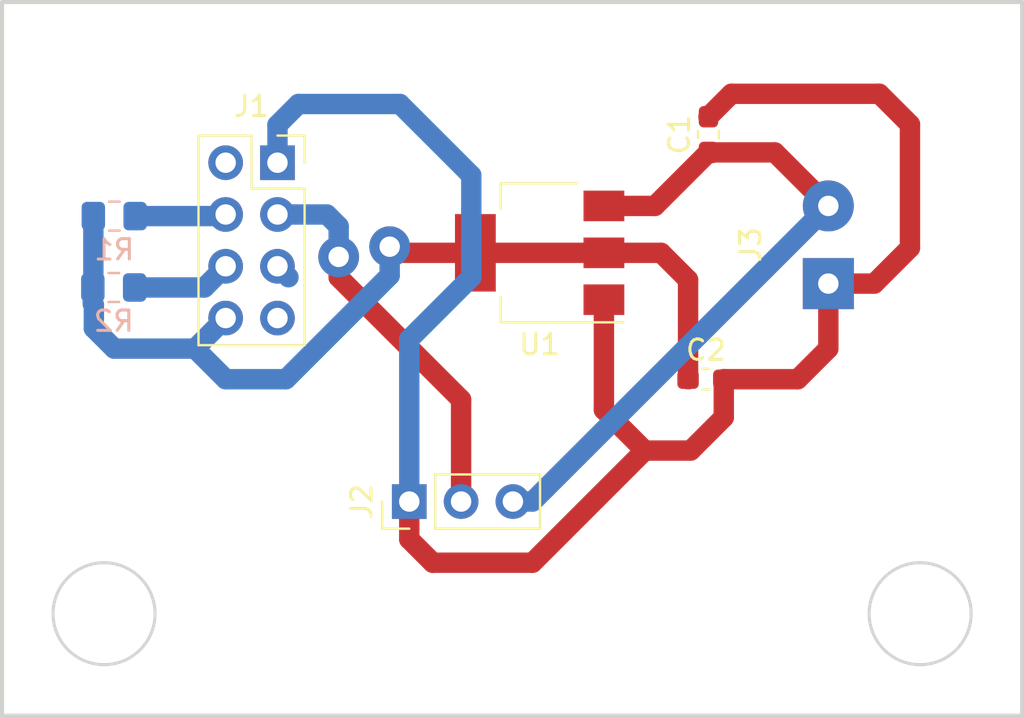
<source format=kicad_pcb>
(kicad_pcb (version 20171130) (host pcbnew "(5.0.0)")

  (general
    (thickness 1.6)
    (drawings 6)
    (tracks 62)
    (zones 0)
    (modules 8)
    (nets 7)
  )

  (page A4)
  (layers
    (0 F.Cu signal)
    (31 B.Cu signal)
    (32 B.Adhes user)
    (33 F.Adhes user)
    (34 B.Paste user)
    (35 F.Paste user)
    (36 B.SilkS user)
    (37 F.SilkS user)
    (38 B.Mask user)
    (39 F.Mask user)
    (40 Dwgs.User user)
    (41 Cmts.User user)
    (42 Eco1.User user)
    (43 Eco2.User user)
    (44 Edge.Cuts user)
    (45 Margin user)
    (46 B.CrtYd user)
    (47 F.CrtYd user)
    (48 B.Fab user)
    (49 F.Fab user)
  )

  (setup
    (last_trace_width 1)
    (user_trace_width 0.5)
    (user_trace_width 1)
    (trace_clearance 0.2)
    (zone_clearance 0.508)
    (zone_45_only no)
    (trace_min 0.2)
    (segment_width 0.2)
    (edge_width 0.15)
    (via_size 0.8)
    (via_drill 0.4)
    (via_min_size 0.4)
    (via_min_drill 0.3)
    (user_via 2 1)
    (uvia_size 0.3)
    (uvia_drill 0.1)
    (uvias_allowed no)
    (uvia_min_size 0.2)
    (uvia_min_drill 0.1)
    (pcb_text_width 0.3)
    (pcb_text_size 1.5 1.5)
    (mod_edge_width 0.15)
    (mod_text_size 1 1)
    (mod_text_width 0.15)
    (pad_size 2 1.7)
    (pad_drill 1)
    (pad_to_mask_clearance 0.2)
    (aux_axis_origin 0 0)
    (visible_elements 7FFFFFFF)
    (pcbplotparams
      (layerselection 0x010fc_ffffffff)
      (usegerberextensions false)
      (usegerberattributes false)
      (usegerberadvancedattributes false)
      (creategerberjobfile false)
      (excludeedgelayer true)
      (linewidth 0.100000)
      (plotframeref false)
      (viasonmask false)
      (mode 1)
      (useauxorigin false)
      (hpglpennumber 1)
      (hpglpenspeed 20)
      (hpglpendiameter 15.000000)
      (psnegative false)
      (psa4output false)
      (plotreference true)
      (plotvalue true)
      (plotinvisibletext false)
      (padsonsilk false)
      (subtractmaskfromsilk false)
      (outputformat 1)
      (mirror false)
      (drillshape 1)
      (scaleselection 1)
      (outputdirectory ""))
  )

  (net 0 "")
  (net 1 +5V)
  (net 2 GND)
  (net 3 +3V3)
  (net 4 "Net-(J1-Pad4)")
  (net 5 /LED_DATA)
  (net 6 "Net-(J1-Pad6)")

  (net_class Default "This is the default net class."
    (clearance 0.2)
    (trace_width 0.25)
    (via_dia 0.8)
    (via_drill 0.4)
    (uvia_dia 0.3)
    (uvia_drill 0.1)
    (add_net +3V3)
    (add_net +5V)
    (add_net /LED_DATA)
    (add_net GND)
    (add_net "Net-(J1-Pad4)")
    (add_net "Net-(J1-Pad6)")
  )

  (module Capacitor_SMD:C_0603_1608Metric_Pad1.05x0.95mm_HandSolder (layer F.Cu) (tedit 5B301BBE) (tstamp 5F27568E)
    (at 144.625 61.5 90)
    (descr "Capacitor SMD 0603 (1608 Metric), square (rectangular) end terminal, IPC_7351 nominal with elongated pad for handsoldering. (Body size source: http://www.tortai-tech.com/upload/download/2011102023233369053.pdf), generated with kicad-footprint-generator")
    (tags "capacitor handsolder")
    (path /5F1B0C38)
    (attr smd)
    (fp_text reference C1 (at 0 -1.43 90) (layer F.SilkS)
      (effects (font (size 1 1) (thickness 0.15)))
    )
    (fp_text value 0.1uF (at 0 1.43 90) (layer F.Fab)
      (effects (font (size 1 1) (thickness 0.15)))
    )
    (fp_line (start -0.8 0.4) (end -0.8 -0.4) (layer F.Fab) (width 0.1))
    (fp_line (start -0.8 -0.4) (end 0.8 -0.4) (layer F.Fab) (width 0.1))
    (fp_line (start 0.8 -0.4) (end 0.8 0.4) (layer F.Fab) (width 0.1))
    (fp_line (start 0.8 0.4) (end -0.8 0.4) (layer F.Fab) (width 0.1))
    (fp_line (start -0.171267 -0.51) (end 0.171267 -0.51) (layer F.SilkS) (width 0.12))
    (fp_line (start -0.171267 0.51) (end 0.171267 0.51) (layer F.SilkS) (width 0.12))
    (fp_line (start -1.65 0.73) (end -1.65 -0.73) (layer F.CrtYd) (width 0.05))
    (fp_line (start -1.65 -0.73) (end 1.65 -0.73) (layer F.CrtYd) (width 0.05))
    (fp_line (start 1.65 -0.73) (end 1.65 0.73) (layer F.CrtYd) (width 0.05))
    (fp_line (start 1.65 0.73) (end -1.65 0.73) (layer F.CrtYd) (width 0.05))
    (fp_text user %R (at 0 0 90) (layer F.Fab)
      (effects (font (size 0.4 0.4) (thickness 0.06)))
    )
    (pad 1 smd roundrect (at -0.875 0 90) (size 1.05 0.95) (layers F.Cu F.Paste F.Mask) (roundrect_rratio 0.25)
      (net 1 +5V))
    (pad 2 smd roundrect (at 0.875 0 90) (size 1.05 0.95) (layers F.Cu F.Paste F.Mask) (roundrect_rratio 0.25)
      (net 2 GND))
    (model ${KISYS3DMOD}/Capacitor_SMD.3dshapes/C_0603_1608Metric.wrl
      (at (xyz 0 0 0))
      (scale (xyz 1 1 1))
      (rotate (xyz 0 0 0))
    )
  )

  (module Capacitor_SMD:C_0603_1608Metric_Pad1.05x0.95mm_HandSolder (layer F.Cu) (tedit 5B301BBE) (tstamp 5F27569F)
    (at 144.5 73.5)
    (descr "Capacitor SMD 0603 (1608 Metric), square (rectangular) end terminal, IPC_7351 nominal with elongated pad for handsoldering. (Body size source: http://www.tortai-tech.com/upload/download/2011102023233369053.pdf), generated with kicad-footprint-generator")
    (tags "capacitor handsolder")
    (path /5F1B0C96)
    (attr smd)
    (fp_text reference C2 (at 0 -1.43) (layer F.SilkS)
      (effects (font (size 1 1) (thickness 0.15)))
    )
    (fp_text value 0.1uF (at 0 1.43) (layer F.Fab)
      (effects (font (size 1 1) (thickness 0.15)))
    )
    (fp_text user %R (at 0 0) (layer F.Fab)
      (effects (font (size 0.4 0.4) (thickness 0.06)))
    )
    (fp_line (start 1.65 0.73) (end -1.65 0.73) (layer F.CrtYd) (width 0.05))
    (fp_line (start 1.65 -0.73) (end 1.65 0.73) (layer F.CrtYd) (width 0.05))
    (fp_line (start -1.65 -0.73) (end 1.65 -0.73) (layer F.CrtYd) (width 0.05))
    (fp_line (start -1.65 0.73) (end -1.65 -0.73) (layer F.CrtYd) (width 0.05))
    (fp_line (start -0.171267 0.51) (end 0.171267 0.51) (layer F.SilkS) (width 0.12))
    (fp_line (start -0.171267 -0.51) (end 0.171267 -0.51) (layer F.SilkS) (width 0.12))
    (fp_line (start 0.8 0.4) (end -0.8 0.4) (layer F.Fab) (width 0.1))
    (fp_line (start 0.8 -0.4) (end 0.8 0.4) (layer F.Fab) (width 0.1))
    (fp_line (start -0.8 -0.4) (end 0.8 -0.4) (layer F.Fab) (width 0.1))
    (fp_line (start -0.8 0.4) (end -0.8 -0.4) (layer F.Fab) (width 0.1))
    (pad 2 smd roundrect (at 0.875 0) (size 1.05 0.95) (layers F.Cu F.Paste F.Mask) (roundrect_rratio 0.25)
      (net 2 GND))
    (pad 1 smd roundrect (at -0.875 0) (size 1.05 0.95) (layers F.Cu F.Paste F.Mask) (roundrect_rratio 0.25)
      (net 3 +3V3))
    (model ${KISYS3DMOD}/Capacitor_SMD.3dshapes/C_0603_1608Metric.wrl
      (at (xyz 0 0 0))
      (scale (xyz 1 1 1))
      (rotate (xyz 0 0 0))
    )
  )

  (module Connector_PinSocket_2.54mm:PinSocket_2x04_P2.54mm_Vertical (layer F.Cu) (tedit 5A19A422) (tstamp 5F2756BD)
    (at 123.5 62.88)
    (descr "Through hole straight socket strip, 2x04, 2.54mm pitch, double cols (from Kicad 4.0.7), script generated")
    (tags "Through hole socket strip THT 2x04 2.54mm double row")
    (path /5F1B0D93)
    (fp_text reference J1 (at -1.27 -2.77) (layer F.SilkS)
      (effects (font (size 1 1) (thickness 0.15)))
    )
    (fp_text value "ESP Header" (at -1.27 10.39) (layer F.Fab)
      (effects (font (size 1 1) (thickness 0.15)))
    )
    (fp_line (start -3.81 -1.27) (end 0.27 -1.27) (layer F.Fab) (width 0.1))
    (fp_line (start 0.27 -1.27) (end 1.27 -0.27) (layer F.Fab) (width 0.1))
    (fp_line (start 1.27 -0.27) (end 1.27 8.89) (layer F.Fab) (width 0.1))
    (fp_line (start 1.27 8.89) (end -3.81 8.89) (layer F.Fab) (width 0.1))
    (fp_line (start -3.81 8.89) (end -3.81 -1.27) (layer F.Fab) (width 0.1))
    (fp_line (start -3.87 -1.33) (end -1.27 -1.33) (layer F.SilkS) (width 0.12))
    (fp_line (start -3.87 -1.33) (end -3.87 8.95) (layer F.SilkS) (width 0.12))
    (fp_line (start -3.87 8.95) (end 1.33 8.95) (layer F.SilkS) (width 0.12))
    (fp_line (start 1.33 1.27) (end 1.33 8.95) (layer F.SilkS) (width 0.12))
    (fp_line (start -1.27 1.27) (end 1.33 1.27) (layer F.SilkS) (width 0.12))
    (fp_line (start -1.27 -1.33) (end -1.27 1.27) (layer F.SilkS) (width 0.12))
    (fp_line (start 1.33 -1.33) (end 1.33 0) (layer F.SilkS) (width 0.12))
    (fp_line (start 0 -1.33) (end 1.33 -1.33) (layer F.SilkS) (width 0.12))
    (fp_line (start -4.34 -1.8) (end 1.76 -1.8) (layer F.CrtYd) (width 0.05))
    (fp_line (start 1.76 -1.8) (end 1.76 9.4) (layer F.CrtYd) (width 0.05))
    (fp_line (start 1.76 9.4) (end -4.34 9.4) (layer F.CrtYd) (width 0.05))
    (fp_line (start -4.34 9.4) (end -4.34 -1.8) (layer F.CrtYd) (width 0.05))
    (fp_text user %R (at -1.27 3.81 90) (layer F.Fab)
      (effects (font (size 1 1) (thickness 0.15)))
    )
    (pad 1 thru_hole rect (at 0 0) (size 1.7 1.7) (drill 1) (layers *.Cu *.Mask)
      (net 2 GND))
    (pad 2 thru_hole oval (at -2.54 0) (size 1.7 1.7) (drill 1) (layers *.Cu *.Mask))
    (pad 3 thru_hole oval (at 0 2.54) (size 1.7 1.7) (drill 1) (layers *.Cu *.Mask)
      (net 5 /LED_DATA))
    (pad 4 thru_hole oval (at -2.54 2.54) (size 1.7 1.7) (drill 1) (layers *.Cu *.Mask)
      (net 4 "Net-(J1-Pad4)"))
    (pad 5 thru_hole oval (at 0 5.08) (size 1.7 1.7) (drill 1) (layers *.Cu *.Mask))
    (pad 6 thru_hole oval (at -2.54 5.08) (size 1.7 1.7) (drill 1) (layers *.Cu *.Mask)
      (net 6 "Net-(J1-Pad6)"))
    (pad 7 thru_hole oval (at 0 7.62) (size 1.7 1.7) (drill 1) (layers *.Cu *.Mask))
    (pad 8 thru_hole oval (at -2.54 7.62) (size 1.7 1.7) (drill 1) (layers *.Cu *.Mask)
      (net 3 +3V3))
    (model ${KISYS3DMOD}/Connector_PinSocket_2.54mm.3dshapes/PinSocket_2x04_P2.54mm_Vertical.wrl
      (at (xyz 0 0 0))
      (scale (xyz 1 1 1))
      (rotate (xyz 0 0 0))
    )
  )

  (module Connector_PinHeader_2.54mm:PinHeader_1x03_P2.54mm_Vertical (layer F.Cu) (tedit 59FED5CC) (tstamp 5F2756D4)
    (at 129.96 79.5 90)
    (descr "Through hole straight pin header, 1x03, 2.54mm pitch, single row")
    (tags "Through hole pin header THT 1x03 2.54mm single row")
    (path /5F1B2BD8)
    (fp_text reference J2 (at 0 -2.33 90) (layer F.SilkS)
      (effects (font (size 1 1) (thickness 0.15)))
    )
    (fp_text value "To LEDs" (at 0 7.41 90) (layer F.Fab)
      (effects (font (size 1 1) (thickness 0.15)))
    )
    (fp_line (start -0.635 -1.27) (end 1.27 -1.27) (layer F.Fab) (width 0.1))
    (fp_line (start 1.27 -1.27) (end 1.27 6.35) (layer F.Fab) (width 0.1))
    (fp_line (start 1.27 6.35) (end -1.27 6.35) (layer F.Fab) (width 0.1))
    (fp_line (start -1.27 6.35) (end -1.27 -0.635) (layer F.Fab) (width 0.1))
    (fp_line (start -1.27 -0.635) (end -0.635 -1.27) (layer F.Fab) (width 0.1))
    (fp_line (start -1.33 6.41) (end 1.33 6.41) (layer F.SilkS) (width 0.12))
    (fp_line (start -1.33 1.27) (end -1.33 6.41) (layer F.SilkS) (width 0.12))
    (fp_line (start 1.33 1.27) (end 1.33 6.41) (layer F.SilkS) (width 0.12))
    (fp_line (start -1.33 1.27) (end 1.33 1.27) (layer F.SilkS) (width 0.12))
    (fp_line (start -1.33 0) (end -1.33 -1.33) (layer F.SilkS) (width 0.12))
    (fp_line (start -1.33 -1.33) (end 0 -1.33) (layer F.SilkS) (width 0.12))
    (fp_line (start -1.8 -1.8) (end -1.8 6.85) (layer F.CrtYd) (width 0.05))
    (fp_line (start -1.8 6.85) (end 1.8 6.85) (layer F.CrtYd) (width 0.05))
    (fp_line (start 1.8 6.85) (end 1.8 -1.8) (layer F.CrtYd) (width 0.05))
    (fp_line (start 1.8 -1.8) (end -1.8 -1.8) (layer F.CrtYd) (width 0.05))
    (fp_text user %R (at 0 2.54 180) (layer F.Fab)
      (effects (font (size 1 1) (thickness 0.15)))
    )
    (pad 1 thru_hole rect (at 0 0 90) (size 1.7 1.7) (drill 1) (layers *.Cu *.Mask)
      (net 2 GND))
    (pad 2 thru_hole oval (at 0 2.54 90) (size 1.7 1.7) (drill 1) (layers *.Cu *.Mask)
      (net 5 /LED_DATA))
    (pad 3 thru_hole oval (at 0 5.08 90) (size 1.7 1.7) (drill 1) (layers *.Cu *.Mask)
      (net 1 +5V))
    (model ${KISYS3DMOD}/Connector_PinHeader_2.54mm.3dshapes/PinHeader_1x03_P2.54mm_Vertical.wrl
      (at (xyz 0 0 0))
      (scale (xyz 1 1 1))
      (rotate (xyz 0 0 0))
    )
  )

  (module Resistor_SMD:R_0805_2012Metric_Pad1.15x1.40mm_HandSolder (layer B.Cu) (tedit 5B36C52B) (tstamp 5F2756FB)
    (at 115.5 65.5)
    (descr "Resistor SMD 0805 (2012 Metric), square (rectangular) end terminal, IPC_7351 nominal with elongated pad for handsoldering. (Body size source: https://docs.google.com/spreadsheets/d/1BsfQQcO9C6DZCsRaXUlFlo91Tg2WpOkGARC1WS5S8t0/edit?usp=sharing), generated with kicad-footprint-generator")
    (tags "resistor handsolder")
    (path /5F1B5356)
    (attr smd)
    (fp_text reference R1 (at 0 1.65) (layer B.SilkS)
      (effects (font (size 1 1) (thickness 0.15)) (justify mirror))
    )
    (fp_text value 10k (at 0 -1.65) (layer B.Fab)
      (effects (font (size 1 1) (thickness 0.15)) (justify mirror))
    )
    (fp_line (start -1 -0.6) (end -1 0.6) (layer B.Fab) (width 0.1))
    (fp_line (start -1 0.6) (end 1 0.6) (layer B.Fab) (width 0.1))
    (fp_line (start 1 0.6) (end 1 -0.6) (layer B.Fab) (width 0.1))
    (fp_line (start 1 -0.6) (end -1 -0.6) (layer B.Fab) (width 0.1))
    (fp_line (start -0.261252 0.71) (end 0.261252 0.71) (layer B.SilkS) (width 0.12))
    (fp_line (start -0.261252 -0.71) (end 0.261252 -0.71) (layer B.SilkS) (width 0.12))
    (fp_line (start -1.85 -0.95) (end -1.85 0.95) (layer B.CrtYd) (width 0.05))
    (fp_line (start -1.85 0.95) (end 1.85 0.95) (layer B.CrtYd) (width 0.05))
    (fp_line (start 1.85 0.95) (end 1.85 -0.95) (layer B.CrtYd) (width 0.05))
    (fp_line (start 1.85 -0.95) (end -1.85 -0.95) (layer B.CrtYd) (width 0.05))
    (fp_text user %R (at 0 0) (layer B.Fab)
      (effects (font (size 0.5 0.5) (thickness 0.08)) (justify mirror))
    )
    (pad 1 smd roundrect (at -1.025 0) (size 1.15 1.4) (layers B.Cu B.Paste B.Mask) (roundrect_rratio 0.217391)
      (net 3 +3V3))
    (pad 2 smd roundrect (at 1.025 0) (size 1.15 1.4) (layers B.Cu B.Paste B.Mask) (roundrect_rratio 0.217391)
      (net 4 "Net-(J1-Pad4)"))
    (model ${KISYS3DMOD}/Resistor_SMD.3dshapes/R_0805_2012Metric.wrl
      (at (xyz 0 0 0))
      (scale (xyz 1 1 1))
      (rotate (xyz 0 0 0))
    )
  )

  (module Resistor_SMD:R_0805_2012Metric_Pad1.15x1.40mm_HandSolder (layer B.Cu) (tedit 5B36C52B) (tstamp 5F275C43)
    (at 115.475 69)
    (descr "Resistor SMD 0805 (2012 Metric), square (rectangular) end terminal, IPC_7351 nominal with elongated pad for handsoldering. (Body size source: https://docs.google.com/spreadsheets/d/1BsfQQcO9C6DZCsRaXUlFlo91Tg2WpOkGARC1WS5S8t0/edit?usp=sharing), generated with kicad-footprint-generator")
    (tags "resistor handsolder")
    (path /5F1B5524)
    (attr smd)
    (fp_text reference R2 (at 0 1.65) (layer B.SilkS)
      (effects (font (size 1 1) (thickness 0.15)) (justify mirror))
    )
    (fp_text value 10k (at 0 -1.65) (layer B.Fab)
      (effects (font (size 1 1) (thickness 0.15)) (justify mirror))
    )
    (fp_text user %R (at 0 0) (layer B.Fab)
      (effects (font (size 0.5 0.5) (thickness 0.08)) (justify mirror))
    )
    (fp_line (start 1.85 -0.95) (end -1.85 -0.95) (layer B.CrtYd) (width 0.05))
    (fp_line (start 1.85 0.95) (end 1.85 -0.95) (layer B.CrtYd) (width 0.05))
    (fp_line (start -1.85 0.95) (end 1.85 0.95) (layer B.CrtYd) (width 0.05))
    (fp_line (start -1.85 -0.95) (end -1.85 0.95) (layer B.CrtYd) (width 0.05))
    (fp_line (start -0.261252 -0.71) (end 0.261252 -0.71) (layer B.SilkS) (width 0.12))
    (fp_line (start -0.261252 0.71) (end 0.261252 0.71) (layer B.SilkS) (width 0.12))
    (fp_line (start 1 -0.6) (end -1 -0.6) (layer B.Fab) (width 0.1))
    (fp_line (start 1 0.6) (end 1 -0.6) (layer B.Fab) (width 0.1))
    (fp_line (start -1 0.6) (end 1 0.6) (layer B.Fab) (width 0.1))
    (fp_line (start -1 -0.6) (end -1 0.6) (layer B.Fab) (width 0.1))
    (pad 2 smd roundrect (at 1.025 0) (size 1.15 1.4) (layers B.Cu B.Paste B.Mask) (roundrect_rratio 0.217391)
      (net 6 "Net-(J1-Pad6)"))
    (pad 1 smd roundrect (at -1.025 0) (size 1.15 1.4) (layers B.Cu B.Paste B.Mask) (roundrect_rratio 0.217391)
      (net 3 +3V3))
    (model ${KISYS3DMOD}/Resistor_SMD.3dshapes/R_0805_2012Metric.wrl
      (at (xyz 0 0 0))
      (scale (xyz 1 1 1))
      (rotate (xyz 0 0 0))
    )
  )

  (module Package_TO_SOT_SMD:SOT-223-3_TabPin2 (layer F.Cu) (tedit 5A02FF57) (tstamp 5F2759AB)
    (at 136.35 67.3 180)
    (descr "module CMS SOT223 4 pins")
    (tags "CMS SOT")
    (path /5F1B0B64)
    (attr smd)
    (fp_text reference U1 (at 0 -4.5 180) (layer F.SilkS)
      (effects (font (size 1 1) (thickness 0.15)))
    )
    (fp_text value AZ1117-3.3 (at 0 4.5 180) (layer F.Fab)
      (effects (font (size 1 1) (thickness 0.15)))
    )
    (fp_text user %R (at 0 0) (layer F.Fab)
      (effects (font (size 0.8 0.8) (thickness 0.12)))
    )
    (fp_line (start 1.91 3.41) (end 1.91 2.15) (layer F.SilkS) (width 0.12))
    (fp_line (start 1.91 -3.41) (end 1.91 -2.15) (layer F.SilkS) (width 0.12))
    (fp_line (start 4.4 -3.6) (end -4.4 -3.6) (layer F.CrtYd) (width 0.05))
    (fp_line (start 4.4 3.6) (end 4.4 -3.6) (layer F.CrtYd) (width 0.05))
    (fp_line (start -4.4 3.6) (end 4.4 3.6) (layer F.CrtYd) (width 0.05))
    (fp_line (start -4.4 -3.6) (end -4.4 3.6) (layer F.CrtYd) (width 0.05))
    (fp_line (start -1.85 -2.35) (end -0.85 -3.35) (layer F.Fab) (width 0.1))
    (fp_line (start -1.85 -2.35) (end -1.85 3.35) (layer F.Fab) (width 0.1))
    (fp_line (start -1.85 3.41) (end 1.91 3.41) (layer F.SilkS) (width 0.12))
    (fp_line (start -0.85 -3.35) (end 1.85 -3.35) (layer F.Fab) (width 0.1))
    (fp_line (start -4.1 -3.41) (end 1.91 -3.41) (layer F.SilkS) (width 0.12))
    (fp_line (start -1.85 3.35) (end 1.85 3.35) (layer F.Fab) (width 0.1))
    (fp_line (start 1.85 -3.35) (end 1.85 3.35) (layer F.Fab) (width 0.1))
    (pad 2 smd rect (at 3.15 0 180) (size 2 3.8) (layers F.Cu F.Paste F.Mask)
      (net 3 +3V3))
    (pad 2 smd rect (at -3.15 0 180) (size 2 1.5) (layers F.Cu F.Paste F.Mask)
      (net 3 +3V3))
    (pad 3 smd rect (at -3.15 2.3 180) (size 2 1.5) (layers F.Cu F.Paste F.Mask)
      (net 1 +5V))
    (pad 1 smd rect (at -3.15 -2.3 180) (size 2 1.5) (layers F.Cu F.Paste F.Mask)
      (net 2 GND))
    (model ${KISYS3DMOD}/Package_TO_SOT_SMD.3dshapes/SOT-223.wrl
      (at (xyz 0 0 0))
      (scale (xyz 1 1 1))
      (rotate (xyz 0 0 0))
    )
  )

  (module Connector_Wire:SolderWirePad_1x02_P3.81mm_Drill1mm (layer F.Cu) (tedit 5AEE5F04) (tstamp 5F275A35)
    (at 150.5 68.81 90)
    (descr "Wire solder connection")
    (tags connector)
    (path /5F1B394A)
    (attr virtual)
    (fp_text reference J3 (at 1.905 -3.81 90) (layer F.SilkS)
      (effects (font (size 1 1) (thickness 0.15)))
    )
    (fp_text value "5V In" (at 1.905 3.81 90) (layer F.Fab)
      (effects (font (size 1 1) (thickness 0.15)))
    )
    (fp_text user %R (at 1.905 0 90) (layer F.Fab)
      (effects (font (size 1 1) (thickness 0.15)))
    )
    (fp_line (start -1.74 -1.75) (end 5.56 -1.75) (layer F.CrtYd) (width 0.05))
    (fp_line (start -1.74 -1.75) (end -1.74 1.75) (layer F.CrtYd) (width 0.05))
    (fp_line (start 5.56 1.75) (end 5.56 -1.75) (layer F.CrtYd) (width 0.05))
    (fp_line (start 5.56 1.75) (end -1.74 1.75) (layer F.CrtYd) (width 0.05))
    (pad 1 thru_hole rect (at 0 0 90) (size 2.49936 2.49936) (drill 1.00076) (layers *.Cu *.Mask)
      (net 2 GND))
    (pad 2 thru_hole circle (at 3.81 0 90) (size 2.49936 2.49936) (drill 1.00076) (layers *.Cu *.Mask)
      (net 1 +5V))
  )

  (gr_circle (center 155 85) (end 157.5 85) (layer Edge.Cuts) (width 0.15))
  (gr_circle (center 115 85) (end 117.5 85) (layer Edge.Cuts) (width 0.15))
  (gr_line (start 110 90) (end 110 55) (layer Edge.Cuts) (width 0.2))
  (gr_line (start 160 90) (end 110 90) (layer Edge.Cuts) (width 0.2))
  (gr_line (start 160 55) (end 160 90) (layer Edge.Cuts) (width 0.2))
  (gr_line (start 110 55) (end 160 55) (layer Edge.Cuts) (width 0.2))

  (segment (start 142 65) (end 144.625 62.375) (width 1) (layer F.Cu) (net 1))
  (segment (start 139.5 65) (end 142 65) (width 1) (layer F.Cu) (net 1))
  (segment (start 147.875 62.375) (end 150.5 65) (width 1) (layer F.Cu) (net 1))
  (segment (start 144.625 62.375) (end 147.875 62.375) (width 1) (layer F.Cu) (net 1))
  (segment (start 136 79.5) (end 135.04 79.5) (width 1) (layer B.Cu) (net 1))
  (segment (start 150.5 65) (end 136 79.5) (width 1) (layer B.Cu) (net 1))
  (segment (start 145.375 73.5) (end 149 73.5) (width 1) (layer F.Cu) (net 2))
  (segment (start 150.5 72) (end 150.5 68.81) (width 1) (layer F.Cu) (net 2))
  (segment (start 149 73.5) (end 150.5 72) (width 1) (layer F.Cu) (net 2))
  (segment (start 145.375 73.5) (end 145.375 75.375) (width 1) (layer F.Cu) (net 2))
  (segment (start 145.375 75.375) (end 143.75 77) (width 1) (layer F.Cu) (net 2))
  (segment (start 143.75 77) (end 141.5 77) (width 1) (layer F.Cu) (net 2))
  (segment (start 139.5 75) (end 139.5 69.6) (width 1) (layer F.Cu) (net 2))
  (segment (start 141.5 77) (end 139.5 75) (width 1) (layer F.Cu) (net 2))
  (segment (start 145.75 59.5) (end 144.625 60.625) (width 1) (layer F.Cu) (net 2))
  (segment (start 153 59.5) (end 145.75 59.5) (width 1) (layer F.Cu) (net 2))
  (segment (start 154.5 61) (end 153 59.5) (width 1) (layer F.Cu) (net 2))
  (segment (start 154.5 67.05968) (end 154.5 61) (width 1) (layer F.Cu) (net 2))
  (segment (start 150.5 68.81) (end 152.74968 68.81) (width 1) (layer F.Cu) (net 2))
  (segment (start 152.74968 68.81) (end 154.5 67.05968) (width 1) (layer F.Cu) (net 2))
  (segment (start 129.96 81.35) (end 131.11 82.5) (width 1) (layer F.Cu) (net 2))
  (segment (start 129.96 79.5) (end 129.96 81.35) (width 1) (layer F.Cu) (net 2))
  (segment (start 136 82.5) (end 141.5 77) (width 1) (layer F.Cu) (net 2))
  (segment (start 131.11 82.5) (end 136 82.5) (width 1) (layer F.Cu) (net 2))
  (segment (start 129.96 71.54) (end 129.96 79.5) (width 1) (layer B.Cu) (net 2))
  (segment (start 123.5 61.03) (end 124.53 60) (width 1) (layer B.Cu) (net 2))
  (segment (start 123.5 62.88) (end 123.5 61.03) (width 1) (layer B.Cu) (net 2))
  (segment (start 129.5 60) (end 133 63.5) (width 1) (layer B.Cu) (net 2))
  (segment (start 124.53 60) (end 129.5 60) (width 1) (layer B.Cu) (net 2))
  (segment (start 133 63.5) (end 133 68.5) (width 1) (layer B.Cu) (net 2))
  (segment (start 133 68.5) (end 129.96 71.54) (width 1) (layer B.Cu) (net 2))
  (segment (start 114.475 68.975) (end 114.45 69) (width 1) (layer B.Cu) (net 3))
  (segment (start 114.475 65.5) (end 114.475 68.975) (width 1) (layer B.Cu) (net 3))
  (segment (start 114.45 69.8) (end 114.5 69.85) (width 1) (layer B.Cu) (net 3))
  (segment (start 114.45 69) (end 114.45 69.8) (width 1) (layer B.Cu) (net 3))
  (segment (start 114.5 69.85) (end 114.5 71) (width 1) (layer B.Cu) (net 3))
  (segment (start 114.5 71) (end 115.5 72) (width 1) (layer B.Cu) (net 3))
  (segment (start 119.46 72) (end 120.96 70.5) (width 1) (layer B.Cu) (net 3))
  (segment (start 115.5 72) (end 119.46 72) (width 1) (layer B.Cu) (net 3))
  (segment (start 143.625 73.5) (end 143.625 68.625) (width 1) (layer F.Cu) (net 3))
  (segment (start 142.3 67.3) (end 139.5 67.3) (width 1) (layer F.Cu) (net 3))
  (segment (start 143.625 68.625) (end 142.3 67.3) (width 1) (layer F.Cu) (net 3))
  (segment (start 139.5 67.3) (end 133.2 67.3) (width 1) (layer F.Cu) (net 3))
  (via (at 129 67) (size 2) (drill 1) (layers F.Cu B.Cu) (net 3))
  (segment (start 133.2 67.3) (end 129.3 67.3) (width 1) (layer F.Cu) (net 3))
  (segment (start 129.3 67.3) (end 129 67) (width 1) (layer F.Cu) (net 3))
  (segment (start 123.914213 73.5) (end 120.96 73.5) (width 1) (layer B.Cu) (net 3))
  (segment (start 120.96 73.5) (end 119.46 72) (width 1) (layer B.Cu) (net 3))
  (segment (start 129 68.414213) (end 123.914213 73.5) (width 1) (layer B.Cu) (net 3))
  (segment (start 129 67) (end 129 68.414213) (width 1) (layer B.Cu) (net 3))
  (segment (start 120.88 65.5) (end 120.96 65.42) (width 1) (layer B.Cu) (net 4))
  (segment (start 116.525 65.5) (end 120.88 65.5) (width 1) (layer B.Cu) (net 4))
  (segment (start 132.5 79.5) (end 132.5 74.5) (width 1) (layer F.Cu) (net 5))
  (segment (start 132.5 74.5) (end 126.5 68.5) (width 1) (layer F.Cu) (net 5))
  (segment (start 124.04 68.5) (end 123.5 67.96) (width 1) (layer B.Cu) (net 0))
  (via (at 126.5 67.5) (size 2) (drill 1) (layers F.Cu B.Cu) (net 5))
  (segment (start 126.5 68.5) (end 126.5 67.5) (width 1) (layer F.Cu) (net 5))
  (segment (start 125.92 65.42) (end 123.5 65.42) (width 1) (layer B.Cu) (net 5))
  (segment (start 126.5 67.5) (end 126.5 66) (width 1) (layer B.Cu) (net 5))
  (segment (start 126.5 66) (end 125.92 65.42) (width 1) (layer B.Cu) (net 5))
  (segment (start 119.92 69) (end 120.96 67.96) (width 1) (layer B.Cu) (net 6))
  (segment (start 116.5 69) (end 119.92 69) (width 1) (layer B.Cu) (net 6))

)

</source>
